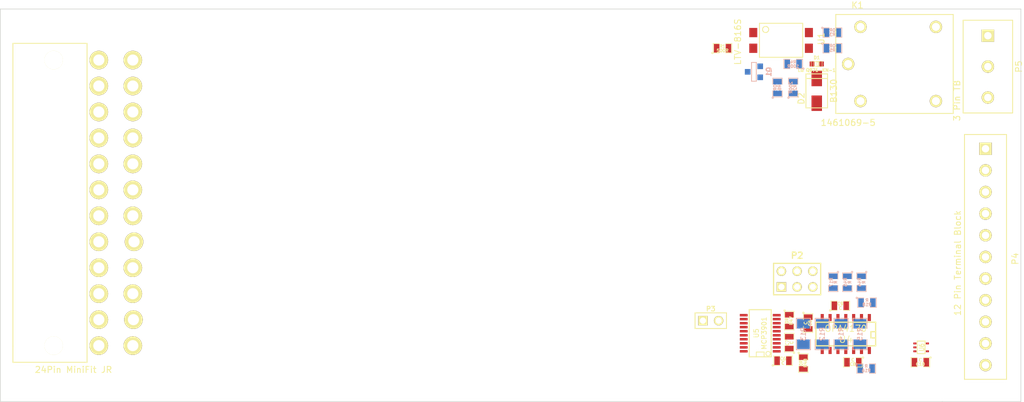
<source format=kicad_pcb>
(kicad_pcb (version 3) (host pcbnew "(2013-07-07 BZR 4022)-stable")

  (general
    (links 69)
    (no_connects 69)
    (area 48.209999 68.529999 213.410001 132.130001)
    (thickness 1.6)
    (drawings 5)
    (tracks 0)
    (zones 0)
    (modules 36)
    (nets 58)
  )

  (page A4)
  (title_block 
    (title BenchBudEE)
    (rev A)
    (company "Contextual Electronics")
  )

  (layers
    (15 F.Cu signal)
    (2 PWR power)
    (1 GND power)
    (0 B.Cu signal)
    (16 B.Adhes user)
    (17 F.Adhes user)
    (18 B.Paste user)
    (19 F.Paste user)
    (20 B.SilkS user)
    (21 F.SilkS user)
    (22 B.Mask user)
    (23 F.Mask user)
    (28 Edge.Cuts user)
  )

  (setup
    (last_trace_width 0.1524)
    (user_trace_width 0.1524)
    (trace_clearance 0.254)
    (zone_clearance 0.508)
    (zone_45_only no)
    (trace_min 0.1524)
    (segment_width 0.2)
    (edge_width 0.1)
    (via_size 0.889)
    (via_drill 0.635)
    (via_min_size 0.508)
    (via_min_drill 0.3302)
    (user_via 0.508 0.3302)
    (uvia_size 0.508)
    (uvia_drill 0.127)
    (uvias_allowed no)
    (uvia_min_size 0.381)
    (uvia_min_drill 0.127)
    (pcb_text_width 0.3)
    (pcb_text_size 1.5 1.5)
    (mod_edge_width 0.15)
    (mod_text_size 1 1)
    (mod_text_width 0.15)
    (pad_size 3 3)
    (pad_drill 1.8)
    (pad_to_mask_clearance 0.254)
    (solder_mask_min_width 0.127)
    (aux_axis_origin 0 0)
    (visible_elements 7FFFFFFF)
    (pcbplotparams
      (layerselection 3178497)
      (usegerberextensions true)
      (excludeedgelayer true)
      (linewidth 0.150000)
      (plotframeref false)
      (viasonmask false)
      (mode 1)
      (useauxorigin false)
      (hpglpennumber 1)
      (hpglpenspeed 20)
      (hpglpendiameter 15)
      (hpglpenoverlay 2)
      (psnegative false)
      (psa4output false)
      (plotreference true)
      (plotvalue true)
      (plotothertext true)
      (plotinvisibletext false)
      (padsonsilk false)
      (subtractmaskfromsilk false)
      (outputformat 1)
      (mirror false)
      (drillshape 1)
      (scaleselection 1)
      (outputdirectory ""))
  )

  (net 0 "")
  (net 1 +12C)
  (net 2 +12P)
  (net 3 +12V)
  (net 4 +3.3V)
  (net 5 +5V)
  (net 6 -12V)
  (net 7 /Arduino/ADC_CS_N)
  (net 8 /Arduino/CURRENT_MEASURE)
  (net 9 /Arduino/MISO)
  (net 10 /Arduino/MOSI)
  (net 11 /Arduino/RELAY+)
  (net 12 /Arduino/RELAY-)
  (net 13 /Arduino/SCLK)
  (net 14 /Arduino/~DR)
  (net 15 /Arduino/~RESET)
  (net 16 /FanDriver/FAN_OUT+)
  (net 17 /FanDriver/TACH_IN)
  (net 18 /LED_Driver/LED_STRING+)
  (net 19 /PowerAdjustmentMonitor/V+_ADJ)
  (net 20 /Relay/RELAY_COM)
  (net 21 /Relay/RELAY_NC)
  (net 22 /Relay/RELAY_NO)
  (net 23 /TerminalBlock/FAN_OUT+)
  (net 24 /Thermocouple/CH0+)
  (net 25 /Thermocouple/CH0-)
  (net 26 /Thermocouple/CH1-)
  (net 27 /Thermocouple/Ch1+)
  (net 28 "/Thermocouple/TC IN+")
  (net 29 "/Thermocouple/TC IN-")
  (net 30 AGND)
  (net 31 GND)
  (net 32 N-00000100)
  (net 33 N-00000101)
  (net 34 N-00000102)
  (net 35 N-00000103)
  (net 36 N-00000104)
  (net 37 N-00000105)
  (net 38 N-00000107)
  (net 39 N-00000109)
  (net 40 N-00000111)
  (net 41 N-00000127)
  (net 42 N-0000033)
  (net 43 N-0000034)
  (net 44 N-0000035)
  (net 45 N-0000038)
  (net 46 N-0000039)
  (net 47 N-0000040)
  (net 48 N-0000041)
  (net 49 N-0000042)
  (net 50 N-0000043)
  (net 51 N-0000045)
  (net 52 N-0000048)
  (net 53 N-0000056)
  (net 54 N-0000058)
  (net 55 N-0000067)
  (net 56 N-0000098)
  (net 57 N-0000099)

  (net_class Default "This is the default net class."
    (clearance 0.254)
    (trace_width 0.254)
    (via_dia 0.889)
    (via_drill 0.635)
    (uvia_dia 0.508)
    (uvia_drill 0.127)
    (add_net "")
    (add_net +12C)
    (add_net +12P)
    (add_net +12V)
    (add_net +3.3V)
    (add_net +5V)
    (add_net -12V)
    (add_net /Arduino/ADC_CS_N)
    (add_net /Arduino/CURRENT_MEASURE)
    (add_net /Arduino/MISO)
    (add_net /Arduino/MOSI)
    (add_net /Arduino/RELAY+)
    (add_net /Arduino/RELAY-)
    (add_net /Arduino/SCLK)
    (add_net /Arduino/~DR)
    (add_net /Arduino/~RESET)
    (add_net /FanDriver/FAN_OUT+)
    (add_net /FanDriver/TACH_IN)
    (add_net /LED_Driver/LED_STRING+)
    (add_net /PowerAdjustmentMonitor/V+_ADJ)
    (add_net /Relay/RELAY_COM)
    (add_net /Relay/RELAY_NC)
    (add_net /Relay/RELAY_NO)
    (add_net /TerminalBlock/FAN_OUT+)
    (add_net /Thermocouple/CH0+)
    (add_net /Thermocouple/CH0-)
    (add_net /Thermocouple/CH1-)
    (add_net /Thermocouple/Ch1+)
    (add_net "/Thermocouple/TC IN+")
    (add_net "/Thermocouple/TC IN-")
    (add_net AGND)
    (add_net GND)
    (add_net N-00000100)
    (add_net N-00000101)
    (add_net N-00000102)
    (add_net N-00000103)
    (add_net N-00000104)
    (add_net N-00000105)
    (add_net N-00000107)
    (add_net N-00000109)
    (add_net N-00000111)
    (add_net N-00000127)
    (add_net N-0000033)
    (add_net N-0000034)
    (add_net N-0000035)
    (add_net N-0000038)
    (add_net N-0000039)
    (add_net N-0000040)
    (add_net N-0000041)
    (add_net N-0000042)
    (add_net N-0000043)
    (add_net N-0000045)
    (add_net N-0000048)
    (add_net N-0000056)
    (add_net N-0000058)
    (add_net N-0000067)
    (add_net N-0000098)
    (add_net N-0000099)
  )

  (module TE-SPDT (layer F.Cu) (tedit 530540FB) (tstamp 53064C54)
    (at 185.42 77.47)
    (path /52F1423A/52F29F66)
    (fp_text reference K1 (at 1.5 -9.5) (layer F.SilkS)
      (effects (font (size 1 1) (thickness 0.15)))
    )
    (fp_text value 1461069-5 (at 0 9.5) (layer F.SilkS)
      (effects (font (size 1 1) (thickness 0.15)))
    )
    (fp_line (start 17 -8) (end 17 8) (layer F.SilkS) (width 0.15))
    (fp_line (start -2 -8) (end -2 8) (layer F.SilkS) (width 0.15))
    (fp_line (start -2 8) (end 17 8) (layer F.SilkS) (width 0.15))
    (fp_line (start -2 -8) (end 17 -8) (layer F.SilkS) (width 0.15))
    (pad 1 thru_hole circle (at 0 0) (size 2 2) (drill 1.3)
      (layers *.Cu *.Mask F.SilkS)
      (net 20 /Relay/RELAY_COM)
    )
    (pad 5 thru_hole circle (at 2 6) (size 2 2) (drill 1.3)
      (layers *.Cu *.Mask F.SilkS)
      (net 36 N-00000104)
    )
    (pad 2 thru_hole circle (at 2 -6) (size 2 2) (drill 1.3)
      (layers *.Cu *.Mask F.SilkS)
      (net 33 N-00000101)
    )
    (pad 4 thru_hole circle (at 14.2 6) (size 2 2) (drill 1.3)
      (layers *.Cu *.Mask F.SilkS)
      (net 21 /Relay/RELAY_NC)
    )
    (pad 3 thru_hole circle (at 14.2 -6) (size 2 2) (drill 1.3)
      (layers *.Cu *.Mask F.SilkS)
      (net 22 /Relay/RELAY_NO)
    )
  )

  (module SOT23EBC (layer B.Cu) (tedit 3F980186) (tstamp 53064C5F)
    (at 170.18 78.74 90)
    (descr "Module CMS SOT23 Transistore EBC")
    (tags "CMS SOT")
    (path /52F1423A/52F29F84)
    (attr smd)
    (fp_text reference Q1 (at 0 2.413 90) (layer B.SilkS)
      (effects (font (size 0.762 0.762) (thickness 0.2032)) (justify mirror))
    )
    (fp_text value 2N3904 (at 0 0 90) (layer B.SilkS) hide
      (effects (font (size 0.762 0.762) (thickness 0.2032)) (justify mirror))
    )
    (fp_line (start -1.524 0.381) (end 1.524 0.381) (layer B.SilkS) (width 0.127))
    (fp_line (start 1.524 0.381) (end 1.524 -0.381) (layer B.SilkS) (width 0.127))
    (fp_line (start 1.524 -0.381) (end -1.524 -0.381) (layer B.SilkS) (width 0.127))
    (fp_line (start -1.524 -0.381) (end -1.524 0.381) (layer B.SilkS) (width 0.127))
    (pad 1 smd rect (at -0.889 1.016 90) (size 0.9144 0.9144)
      (layers B.Cu B.Paste B.Mask)
      (net 34 N-00000102)
    )
    (pad 2 smd rect (at 0.889 1.016 90) (size 0.9144 0.9144)
      (layers B.Cu B.Paste B.Mask)
      (net 57 N-0000099)
    )
    (pad 3 smd rect (at 0 -1.016 90) (size 0.9144 0.9144)
      (layers B.Cu B.Paste B.Mask)
      (net 36 N-00000104)
    )
    (model smd/cms_sot23.wrl
      (at (xyz 0 0 0))
      (scale (xyz 0.13 0.15 0.15))
      (rotate (xyz 0 0 0))
    )
  )

  (module SMA (layer F.Cu) (tedit 53053E1B) (tstamp 53064C6A)
    (at 180.34 83.82 90)
    (path /52F1423A/52F2A1DE)
    (fp_text reference D2 (at 0.75 -2.5 90) (layer F.SilkS)
      (effects (font (size 1 1) (thickness 0.15)))
    )
    (fp_text value B130 (at 2 2.75 90) (layer F.SilkS)
      (effects (font (size 1 1) (thickness 0.15)))
    )
    (fp_line (start 4.75 -1.75) (end 4.75 1.75) (layer F.SilkS) (width 0.15))
    (fp_line (start 4 -1.75) (end 4 1.75) (layer F.SilkS) (width 0.15))
    (fp_line (start -0.75 1.75) (end -0.75 -1.75) (layer F.SilkS) (width 0.15))
    (fp_line (start -0.75 1.75) (end 4.75 1.75) (layer F.SilkS) (width 0.15))
    (fp_line (start 4.75 -1.75) (end -0.75 -1.75) (layer F.SilkS) (width 0.15))
    (pad 1 smd rect (at 0 0 90) (size 2.5 1.7)
      (layers F.Cu F.Paste F.Mask)
      (net 36 N-00000104)
    )
    (pad 2 smd rect (at 4 0 90) (size 2.5 1.7)
      (layers F.Cu F.Paste F.Mask)
      (net 33 N-00000101)
    )
  )

  (module LED-0603 (layer F.Cu) (tedit 4E16AFB4) (tstamp 53064C86)
    (at 180.34 77.47)
    (descr "LED 0603 smd package")
    (tags "LED led 0603 SMD smd SMT smt smdled SMDLED smtled SMTLED")
    (path /52F1423A/52F29F93)
    (attr smd)
    (fp_text reference D1 (at 0 -1.016) (layer F.SilkS)
      (effects (font (size 0.508 0.508) (thickness 0.127)))
    )
    (fp_text value "LG Q971-KN-1" (at 0 1.016) (layer F.SilkS)
      (effects (font (size 0.508 0.508) (thickness 0.127)))
    )
    (fp_line (start 0.44958 -0.44958) (end 0.44958 0.44958) (layer F.SilkS) (width 0.06604))
    (fp_line (start 0.44958 0.44958) (end 0.84836 0.44958) (layer F.SilkS) (width 0.06604))
    (fp_line (start 0.84836 -0.44958) (end 0.84836 0.44958) (layer F.SilkS) (width 0.06604))
    (fp_line (start 0.44958 -0.44958) (end 0.84836 -0.44958) (layer F.SilkS) (width 0.06604))
    (fp_line (start -0.84836 -0.44958) (end -0.84836 0.44958) (layer F.SilkS) (width 0.06604))
    (fp_line (start -0.84836 0.44958) (end -0.44958 0.44958) (layer F.SilkS) (width 0.06604))
    (fp_line (start -0.44958 -0.44958) (end -0.44958 0.44958) (layer F.SilkS) (width 0.06604))
    (fp_line (start -0.84836 -0.44958) (end -0.44958 -0.44958) (layer F.SilkS) (width 0.06604))
    (fp_line (start 0 -0.44958) (end 0 -0.29972) (layer F.SilkS) (width 0.06604))
    (fp_line (start 0 -0.29972) (end 0.29972 -0.29972) (layer F.SilkS) (width 0.06604))
    (fp_line (start 0.29972 -0.44958) (end 0.29972 -0.29972) (layer F.SilkS) (width 0.06604))
    (fp_line (start 0 -0.44958) (end 0.29972 -0.44958) (layer F.SilkS) (width 0.06604))
    (fp_line (start 0 0.29972) (end 0 0.44958) (layer F.SilkS) (width 0.06604))
    (fp_line (start 0 0.44958) (end 0.29972 0.44958) (layer F.SilkS) (width 0.06604))
    (fp_line (start 0.29972 0.29972) (end 0.29972 0.44958) (layer F.SilkS) (width 0.06604))
    (fp_line (start 0 0.29972) (end 0.29972 0.29972) (layer F.SilkS) (width 0.06604))
    (fp_line (start 0 -0.14986) (end 0 0.14986) (layer F.SilkS) (width 0.06604))
    (fp_line (start 0 0.14986) (end 0.29972 0.14986) (layer F.SilkS) (width 0.06604))
    (fp_line (start 0.29972 -0.14986) (end 0.29972 0.14986) (layer F.SilkS) (width 0.06604))
    (fp_line (start 0 -0.14986) (end 0.29972 -0.14986) (layer F.SilkS) (width 0.06604))
    (fp_line (start 0.44958 -0.39878) (end -0.44958 -0.39878) (layer F.SilkS) (width 0.1016))
    (fp_line (start 0.44958 0.39878) (end -0.44958 0.39878) (layer F.SilkS) (width 0.1016))
    (pad 1 smd rect (at -0.7493 0) (size 0.79756 0.79756)
      (layers F.Cu F.Paste F.Mask)
      (net 37 N-00000105)
    )
    (pad 2 smd rect (at 0.7493 0) (size 0.79756 0.79756)
      (layers F.Cu F.Paste F.Mask)
      (net 32 N-00000100)
    )
  )

  (module 4-SMD (layer F.Cu) (tedit 53053BDD) (tstamp 53064C93)
    (at 179.07 72.39 270)
    (path /52F1423A/53052DE1)
    (fp_text reference U1 (at 1 -2 270) (layer F.SilkS)
      (effects (font (size 1 1) (thickness 0.15)))
    )
    (fp_text value LTV-816S (at 1.5 11.5 270) (layer F.SilkS)
      (effects (font (size 1 1) (thickness 0.15)))
    )
    (fp_circle (center -0.5 7) (end -0.5 7.5) (layer F.SilkS) (width 0.15))
    (fp_line (start -1.5 8) (end 4 8) (layer F.SilkS) (width 0.15))
    (fp_line (start 4 8) (end 4 1) (layer F.SilkS) (width 0.15))
    (fp_line (start 4 1) (end -1.5 1) (layer F.SilkS) (width 0.15))
    (fp_line (start -1.5 1) (end -1.5 8) (layer F.SilkS) (width 0.15))
    (pad 4 smd rect (at 0 0 270) (size 1.5 1.3)
      (layers F.Cu F.Paste F.Mask)
      (net 35 N-00000103)
    )
    (pad 3 smd rect (at 2.54 0 270) (size 1.5 1.3)
      (layers F.Cu F.Paste F.Mask)
      (net 37 N-00000105)
    )
    (pad 1 smd rect (at 0 9 270) (size 1.5 1.3)
      (layers F.Cu F.Paste F.Mask)
      (net 11 /Arduino/RELAY+)
    )
    (pad 2 smd rect (at 2.54 9 270) (size 1.5 1.3)
      (layers F.Cu F.Paste F.Mask)
      (net 56 N-0000098)
    )
  )

  (module SM0805 (layer B.Cu) (tedit 5091495C) (tstamp 53064D46)
    (at 173.99 81.28 90)
    (path /52F1423A/52F2A010)
    (attr smd)
    (fp_text reference R6 (at 0 0.3175 90) (layer B.SilkS)
      (effects (font (size 0.50038 0.50038) (thickness 0.10922)) (justify mirror))
    )
    (fp_text value 0R (at 0 -0.381 90) (layer B.SilkS)
      (effects (font (size 0.50038 0.50038) (thickness 0.10922)) (justify mirror))
    )
    (fp_circle (center -1.651 -0.762) (end -1.651 -0.635) (layer B.SilkS) (width 0.09906))
    (fp_line (start -0.508 -0.762) (end -1.524 -0.762) (layer B.SilkS) (width 0.09906))
    (fp_line (start -1.524 -0.762) (end -1.524 0.762) (layer B.SilkS) (width 0.09906))
    (fp_line (start -1.524 0.762) (end -0.508 0.762) (layer B.SilkS) (width 0.09906))
    (fp_line (start 0.508 0.762) (end 1.524 0.762) (layer B.SilkS) (width 0.09906))
    (fp_line (start 1.524 0.762) (end 1.524 -0.762) (layer B.SilkS) (width 0.09906))
    (fp_line (start 1.524 -0.762) (end 0.508 -0.762) (layer B.SilkS) (width 0.09906))
    (pad 1 smd rect (at -0.9525 0 90) (size 0.889 1.397)
      (layers B.Cu B.Paste B.Mask)
      (net 31 GND)
    )
    (pad 2 smd rect (at 0.9525 0 90) (size 0.889 1.397)
      (layers B.Cu B.Paste B.Mask)
      (net 34 N-00000102)
    )
    (model smd/chip_cms.wrl
      (at (xyz 0 0 0))
      (scale (xyz 0.1 0.1 0.1))
      (rotate (xyz 0 0 0))
    )
  )

  (module SM0805 (layer B.Cu) (tedit 5091495C) (tstamp 53064D53)
    (at 176.53 81.28 90)
    (path /52F1423A/52F2A068)
    (attr smd)
    (fp_text reference R2 (at 0 0.3175 90) (layer B.SilkS)
      (effects (font (size 0.50038 0.50038) (thickness 0.10922)) (justify mirror))
    )
    (fp_text value 200R (at 0 -0.381 90) (layer B.SilkS)
      (effects (font (size 0.50038 0.50038) (thickness 0.10922)) (justify mirror))
    )
    (fp_circle (center -1.651 -0.762) (end -1.651 -0.635) (layer B.SilkS) (width 0.09906))
    (fp_line (start -0.508 -0.762) (end -1.524 -0.762) (layer B.SilkS) (width 0.09906))
    (fp_line (start -1.524 -0.762) (end -1.524 0.762) (layer B.SilkS) (width 0.09906))
    (fp_line (start -1.524 0.762) (end -0.508 0.762) (layer B.SilkS) (width 0.09906))
    (fp_line (start 0.508 0.762) (end 1.524 0.762) (layer B.SilkS) (width 0.09906))
    (fp_line (start 1.524 0.762) (end 1.524 -0.762) (layer B.SilkS) (width 0.09906))
    (fp_line (start 1.524 -0.762) (end 0.508 -0.762) (layer B.SilkS) (width 0.09906))
    (pad 1 smd rect (at -0.9525 0 90) (size 0.889 1.397)
      (layers B.Cu B.Paste B.Mask)
      (net 31 GND)
    )
    (pad 2 smd rect (at 0.9525 0 90) (size 0.889 1.397)
      (layers B.Cu B.Paste B.Mask)
      (net 32 N-00000100)
    )
    (model smd/chip_cms.wrl
      (at (xyz 0 0 0))
      (scale (xyz 0.1 0.1 0.1))
      (rotate (xyz 0 0 0))
    )
  )

  (module SM0805 (layer B.Cu) (tedit 5091495C) (tstamp 53064D60)
    (at 182.88 74.93)
    (path /52F1423A/52F2A0C7)
    (attr smd)
    (fp_text reference R5 (at 0 0.3175) (layer B.SilkS)
      (effects (font (size 0.50038 0.50038) (thickness 0.10922)) (justify mirror))
    )
    (fp_text value 0R (at 0 -0.381) (layer B.SilkS)
      (effects (font (size 0.50038 0.50038) (thickness 0.10922)) (justify mirror))
    )
    (fp_circle (center -1.651 -0.762) (end -1.651 -0.635) (layer B.SilkS) (width 0.09906))
    (fp_line (start -0.508 -0.762) (end -1.524 -0.762) (layer B.SilkS) (width 0.09906))
    (fp_line (start -1.524 -0.762) (end -1.524 0.762) (layer B.SilkS) (width 0.09906))
    (fp_line (start -1.524 0.762) (end -0.508 0.762) (layer B.SilkS) (width 0.09906))
    (fp_line (start 0.508 0.762) (end 1.524 0.762) (layer B.SilkS) (width 0.09906))
    (fp_line (start 1.524 0.762) (end 1.524 -0.762) (layer B.SilkS) (width 0.09906))
    (fp_line (start 1.524 -0.762) (end 0.508 -0.762) (layer B.SilkS) (width 0.09906))
    (pad 1 smd rect (at -0.9525 0) (size 0.889 1.397)
      (layers B.Cu B.Paste B.Mask)
      (net 33 N-00000101)
    )
    (pad 2 smd rect (at 0.9525 0) (size 0.889 1.397)
      (layers B.Cu B.Paste B.Mask)
      (net 2 +12P)
    )
    (model smd/chip_cms.wrl
      (at (xyz 0 0 0))
      (scale (xyz 0.1 0.1 0.1))
      (rotate (xyz 0 0 0))
    )
  )

  (module SM0805 (layer F.Cu) (tedit 5091495C) (tstamp 53064D6D)
    (at 165.1 74.93)
    (path /52F1423A/52F2A0F9)
    (attr smd)
    (fp_text reference R1 (at 0 -0.3175) (layer F.SilkS)
      (effects (font (size 0.50038 0.50038) (thickness 0.10922)))
    )
    (fp_text value 500R (at 0 0.381) (layer F.SilkS)
      (effects (font (size 0.50038 0.50038) (thickness 0.10922)))
    )
    (fp_circle (center -1.651 0.762) (end -1.651 0.635) (layer F.SilkS) (width 0.09906))
    (fp_line (start -0.508 0.762) (end -1.524 0.762) (layer F.SilkS) (width 0.09906))
    (fp_line (start -1.524 0.762) (end -1.524 -0.762) (layer F.SilkS) (width 0.09906))
    (fp_line (start -1.524 -0.762) (end -0.508 -0.762) (layer F.SilkS) (width 0.09906))
    (fp_line (start 0.508 -0.762) (end 1.524 -0.762) (layer F.SilkS) (width 0.09906))
    (fp_line (start 1.524 -0.762) (end 1.524 0.762) (layer F.SilkS) (width 0.09906))
    (fp_line (start 1.524 0.762) (end 0.508 0.762) (layer F.SilkS) (width 0.09906))
    (pad 1 smd rect (at -0.9525 0) (size 0.889 1.397)
      (layers F.Cu F.Paste F.Mask)
      (net 12 /Arduino/RELAY-)
    )
    (pad 2 smd rect (at 0.9525 0) (size 0.889 1.397)
      (layers F.Cu F.Paste F.Mask)
      (net 56 N-0000098)
    )
    (model smd/chip_cms.wrl
      (at (xyz 0 0 0))
      (scale (xyz 0.1 0.1 0.1))
      (rotate (xyz 0 0 0))
    )
  )

  (module SM0805 (layer B.Cu) (tedit 5091495C) (tstamp 53064D7A)
    (at 182.88 72.39)
    (path /52F1423A/530533DD)
    (attr smd)
    (fp_text reference R3 (at 0 0.3175) (layer B.SilkS)
      (effects (font (size 0.50038 0.50038) (thickness 0.10922)) (justify mirror))
    )
    (fp_text value 0R (at 0 -0.381) (layer B.SilkS)
      (effects (font (size 0.50038 0.50038) (thickness 0.10922)) (justify mirror))
    )
    (fp_circle (center -1.651 -0.762) (end -1.651 -0.635) (layer B.SilkS) (width 0.09906))
    (fp_line (start -0.508 -0.762) (end -1.524 -0.762) (layer B.SilkS) (width 0.09906))
    (fp_line (start -1.524 -0.762) (end -1.524 0.762) (layer B.SilkS) (width 0.09906))
    (fp_line (start -1.524 0.762) (end -0.508 0.762) (layer B.SilkS) (width 0.09906))
    (fp_line (start 0.508 0.762) (end 1.524 0.762) (layer B.SilkS) (width 0.09906))
    (fp_line (start 1.524 0.762) (end 1.524 -0.762) (layer B.SilkS) (width 0.09906))
    (fp_line (start 1.524 -0.762) (end 0.508 -0.762) (layer B.SilkS) (width 0.09906))
    (pad 1 smd rect (at -0.9525 0) (size 0.889 1.397)
      (layers B.Cu B.Paste B.Mask)
      (net 35 N-00000103)
    )
    (pad 2 smd rect (at 0.9525 0) (size 0.889 1.397)
      (layers B.Cu B.Paste B.Mask)
      (net 2 +12P)
    )
    (model smd/chip_cms.wrl
      (at (xyz 0 0 0))
      (scale (xyz 0.1 0.1 0.1))
      (rotate (xyz 0 0 0))
    )
  )

  (module SM0805 (layer B.Cu) (tedit 5091495C) (tstamp 53064D87)
    (at 176.53 77.47 180)
    (path /52F1423A/52F29F75)
    (attr smd)
    (fp_text reference R4 (at 0 0.3175 180) (layer B.SilkS)
      (effects (font (size 0.50038 0.50038) (thickness 0.10922)) (justify mirror))
    )
    (fp_text value 100R (at 0 -0.381 180) (layer B.SilkS)
      (effects (font (size 0.50038 0.50038) (thickness 0.10922)) (justify mirror))
    )
    (fp_circle (center -1.651 -0.762) (end -1.651 -0.635) (layer B.SilkS) (width 0.09906))
    (fp_line (start -0.508 -0.762) (end -1.524 -0.762) (layer B.SilkS) (width 0.09906))
    (fp_line (start -1.524 -0.762) (end -1.524 0.762) (layer B.SilkS) (width 0.09906))
    (fp_line (start -1.524 0.762) (end -0.508 0.762) (layer B.SilkS) (width 0.09906))
    (fp_line (start 0.508 0.762) (end 1.524 0.762) (layer B.SilkS) (width 0.09906))
    (fp_line (start 1.524 0.762) (end 1.524 -0.762) (layer B.SilkS) (width 0.09906))
    (fp_line (start 1.524 -0.762) (end 0.508 -0.762) (layer B.SilkS) (width 0.09906))
    (pad 1 smd rect (at -0.9525 0 180) (size 0.889 1.397)
      (layers B.Cu B.Paste B.Mask)
      (net 37 N-00000105)
    )
    (pad 2 smd rect (at 0.9525 0 180) (size 0.889 1.397)
      (layers B.Cu B.Paste B.Mask)
      (net 57 N-0000099)
    )
    (model smd/chip_cms.wrl
      (at (xyz 0 0 0))
      (scale (xyz 0.1 0.1 0.1))
      (rotate (xyz 0 0 0))
    )
  )

  (module SSOP20 (layer F.Cu) (tedit 48B5A104) (tstamp 5306A764)
    (at 171.196 121.031 90)
    (descr "SSOP 20 pins")
    (tags "CMS SSOP SMD")
    (path /52F14139/530670AE)
    (attr smd)
    (fp_text reference U5 (at 0 -0.635 90) (layer F.SilkS)
      (effects (font (size 0.762 0.762) (thickness 0.127)))
    )
    (fp_text value MCP3901 (at 0 0.635 90) (layer F.SilkS)
      (effects (font (size 0.762 0.762) (thickness 0.127)))
    )
    (fp_line (start 3.81 -1.778) (end -3.81 -1.778) (layer F.SilkS) (width 0.1651))
    (fp_line (start -3.81 1.778) (end 3.81 1.778) (layer F.SilkS) (width 0.1651))
    (fp_line (start 3.81 -1.778) (end 3.81 1.778) (layer F.SilkS) (width 0.1651))
    (fp_line (start -3.81 1.778) (end -3.81 -1.778) (layer F.SilkS) (width 0.1524))
    (fp_circle (center -3.302 1.27) (end -3.556 1.016) (layer F.SilkS) (width 0.127))
    (fp_line (start -3.81 -0.635) (end -3.048 -0.635) (layer F.SilkS) (width 0.127))
    (fp_line (start -3.048 -0.635) (end -3.048 0.635) (layer F.SilkS) (width 0.127))
    (fp_line (start -3.048 0.635) (end -3.81 0.635) (layer F.SilkS) (width 0.127))
    (pad 1 smd rect (at -2.921 2.667 90) (size 0.4064 1.27)
      (layers F.Cu F.Paste F.Mask)
      (net 15 /Arduino/~RESET)
    )
    (pad 2 smd rect (at -2.286 2.667 90) (size 0.4064 1.27)
      (layers F.Cu F.Paste F.Mask)
      (net 52 N-0000048)
    )
    (pad 3 smd rect (at -1.6256 2.667 90) (size 0.4064 1.27)
      (layers F.Cu F.Paste F.Mask)
      (net 5 +5V)
    )
    (pad 4 smd rect (at -0.9652 2.667 90) (size 0.4064 1.27)
      (layers F.Cu F.Paste F.Mask)
      (net 24 /Thermocouple/CH0+)
    )
    (pad 5 smd rect (at -0.3302 2.667 90) (size 0.4064 1.27)
      (layers F.Cu F.Paste F.Mask)
      (net 25 /Thermocouple/CH0-)
    )
    (pad 6 smd rect (at 0.3302 2.667 90) (size 0.4064 1.27)
      (layers F.Cu F.Paste F.Mask)
      (net 26 /Thermocouple/CH1-)
    )
    (pad 7 smd rect (at 0.9906 2.667 90) (size 0.4064 1.27)
      (layers F.Cu F.Paste F.Mask)
      (net 27 /Thermocouple/Ch1+)
    )
    (pad 8 smd rect (at 1.6256 2.667 90) (size 0.4064 1.27)
      (layers F.Cu F.Paste F.Mask)
      (net 30 AGND)
    )
    (pad 9 smd rect (at 2.286 2.667 90) (size 0.4064 1.27)
      (layers F.Cu F.Paste F.Mask)
    )
    (pad 10 smd rect (at 2.921 2.667 90) (size 0.4064 1.27)
      (layers F.Cu F.Paste F.Mask)
    )
    (pad 11 smd rect (at 2.921 -2.667 90) (size 0.4064 1.27)
      (layers F.Cu F.Paste F.Mask)
      (net 30 AGND)
    )
    (pad 12 smd rect (at 2.286 -2.667 90) (size 0.4064 1.27)
      (layers F.Cu F.Paste F.Mask)
      (net 46 N-0000039)
    )
    (pad 13 smd rect (at 1.6256 -2.667 90) (size 0.4064 1.27)
      (layers F.Cu F.Paste F.Mask)
      (net 45 N-0000038)
    )
    (pad 14 smd rect (at 0.9906 -2.667 90) (size 0.4064 1.27)
      (layers F.Cu F.Paste F.Mask)
      (net 14 /Arduino/~DR)
    )
    (pad 15 smd rect (at 0.3302 -2.667 90) (size 0.4064 1.27)
      (layers F.Cu F.Paste F.Mask)
    )
    (pad 16 smd rect (at -0.3302 -2.667 90) (size 0.4064 1.27)
      (layers F.Cu F.Paste F.Mask)
    )
    (pad 17 smd rect (at -0.9652 -2.667 90) (size 0.4064 1.27)
      (layers F.Cu F.Paste F.Mask)
      (net 7 /Arduino/ADC_CS_N)
    )
    (pad 18 smd rect (at -1.6256 -2.667 90) (size 0.4064 1.27)
      (layers F.Cu F.Paste F.Mask)
      (net 13 /Arduino/SCLK)
    )
    (pad 19 smd rect (at -2.286 -2.667 90) (size 0.4064 1.27)
      (layers F.Cu F.Paste F.Mask)
      (net 9 /Arduino/MISO)
    )
    (pad 20 smd rect (at -2.921 -2.667 90) (size 0.4064 1.27)
      (layers F.Cu F.Paste F.Mask)
      (net 10 /Arduino/MOSI)
    )
    (model smd/cms_so20.wrl
      (at (xyz 0 0 0))
      (scale (xyz 0.255 0.33 0.3))
      (rotate (xyz 0 0 0))
    )
  )

  (module SOT353 (layer F.Cu) (tedit 503FB44B) (tstamp 5306A771)
    (at 197.231 123.317)
    (descr SOT353)
    (path /52F14139/530697A7)
    (attr smd)
    (fp_text reference U6 (at 0.09906 0 90) (layer F.SilkS)
      (effects (font (size 0.762 0.635) (thickness 0.127)))
    )
    (fp_text value LMT84 (at 0.09906 0 90) (layer F.SilkS) hide
      (effects (font (size 0.762 0.635) (thickness 0.127)))
    )
    (fp_line (start 0.635 1.016) (end 0.635 -1.016) (layer F.SilkS) (width 0.1524))
    (fp_line (start 0.635 -1.016) (end -0.635 -1.016) (layer F.SilkS) (width 0.1524))
    (fp_line (start -0.635 -1.016) (end -0.635 1.016) (layer F.SilkS) (width 0.1524))
    (fp_line (start -0.635 1.016) (end 0.635 1.016) (layer F.SilkS) (width 0.1524))
    (pad 1 smd rect (at -1.016 -0.635) (size 0.508 0.3048)
      (layers F.Cu F.Paste F.Mask)
      (net 30 AGND)
    )
    (pad 3 smd rect (at -1.016 0.635) (size 0.508 0.3048)
      (layers F.Cu F.Paste F.Mask)
      (net 27 /Thermocouple/Ch1+)
    )
    (pad 5 smd rect (at 1.016 -0.635) (size 0.508 0.3048)
      (layers F.Cu F.Paste F.Mask)
      (net 30 AGND)
    )
    (pad 2 smd rect (at -1.016 0) (size 0.508 0.3048)
      (layers F.Cu F.Paste F.Mask)
      (net 30 AGND)
    )
    (pad 4 smd rect (at 1.016 0.635) (size 0.508 0.3048)
      (layers F.Cu F.Paste F.Mask)
      (net 5 +5V)
    )
    (model smd/SOT23_5.wrl
      (at (xyz 0 0 0))
      (scale (xyz 0.07000000000000001 0.09 0.08))
      (rotate (xyz 0 0 90))
    )
  )

  (module SO14E (layer F.Cu) (tedit 42806FBF) (tstamp 5306A78A)
    (at 185.039 121.285 180)
    (descr "module CMS SOJ 14 pins etroit")
    (tags "CMS SOJ")
    (path /52F1416D/52F28A08)
    (attr smd)
    (fp_text reference U4 (at 0 -0.762 180) (layer F.SilkS)
      (effects (font (size 1.016 1.143) (thickness 0.127)))
    )
    (fp_text value OPA4170 (at 0 1.016 180) (layer F.SilkS)
      (effects (font (size 1.016 1.016) (thickness 0.127)))
    )
    (fp_line (start -4.826 -1.778) (end 4.826 -1.778) (layer F.SilkS) (width 0.2032))
    (fp_line (start 4.826 -1.778) (end 4.826 2.032) (layer F.SilkS) (width 0.2032))
    (fp_line (start 4.826 2.032) (end -4.826 2.032) (layer F.SilkS) (width 0.2032))
    (fp_line (start -4.826 2.032) (end -4.826 -1.778) (layer F.SilkS) (width 0.2032))
    (fp_line (start -4.826 -0.508) (end -4.064 -0.508) (layer F.SilkS) (width 0.2032))
    (fp_line (start -4.064 -0.508) (end -4.064 0.508) (layer F.SilkS) (width 0.2032))
    (fp_line (start -4.064 0.508) (end -4.826 0.508) (layer F.SilkS) (width 0.2032))
    (pad 1 smd rect (at -3.81 2.794 180) (size 0.508 1.143)
      (layers F.Cu F.Paste F.Mask)
      (net 50 N-0000043)
    )
    (pad 2 smd rect (at -2.54 2.794 180) (size 0.508 1.143)
      (layers F.Cu F.Paste F.Mask)
      (net 43 N-0000034)
    )
    (pad 3 smd rect (at -1.27 2.794 180) (size 0.508 1.143)
      (layers F.Cu F.Paste F.Mask)
      (net 29 "/Thermocouple/TC IN-")
    )
    (pad 4 smd rect (at 0 2.794 180) (size 0.508 1.143)
      (layers F.Cu F.Paste F.Mask)
      (net 3 +12V)
    )
    (pad 5 smd rect (at 1.27 2.794 180) (size 0.508 1.143)
      (layers F.Cu F.Paste F.Mask)
      (net 48 N-0000041)
    )
    (pad 6 smd rect (at 2.54 2.794 180) (size 0.508 1.143)
      (layers F.Cu F.Paste F.Mask)
      (net 47 N-0000040)
    )
    (pad 7 smd rect (at 3.81 2.794 180) (size 0.508 1.143)
      (layers F.Cu F.Paste F.Mask)
      (net 24 /Thermocouple/CH0+)
    )
    (pad 8 smd rect (at 3.81 -2.54 180) (size 0.508 1.143)
      (layers F.Cu F.Paste F.Mask)
      (net 54 N-0000058)
    )
    (pad 9 smd rect (at 2.54 -2.54 180) (size 0.508 1.143)
      (layers F.Cu F.Paste F.Mask)
      (net 8 /Arduino/CURRENT_MEASURE)
    )
    (pad 10 smd rect (at 1.27 -2.54 180) (size 0.508 1.143)
      (layers F.Cu F.Paste F.Mask)
      (net 55 N-0000067)
    )
    (pad 11 smd rect (at 0 -2.54 180) (size 0.508 1.143)
      (layers F.Cu F.Paste F.Mask)
      (net 6 -12V)
    )
    (pad 12 smd rect (at -1.27 -2.54 180) (size 0.508 1.143)
      (layers F.Cu F.Paste F.Mask)
      (net 28 "/Thermocouple/TC IN+")
    )
    (pad 13 smd rect (at -2.54 -2.54 180) (size 0.508 1.143)
      (layers F.Cu F.Paste F.Mask)
      (net 53 N-0000056)
    )
    (pad 14 smd rect (at -3.81 -2.54 180) (size 0.508 1.143)
      (layers F.Cu F.Paste F.Mask)
      (net 49 N-0000042)
    )
    (model smd/cms_so14.wrl
      (at (xyz 0 0 0))
      (scale (xyz 0.5 0.3 0.5))
      (rotate (xyz 0 0 0))
    )
  )

  (module SM1206 (layer B.Cu) (tedit 42806E24) (tstamp 5306A796)
    (at 184.277 121.158 270)
    (path /52F14139/52F17C38)
    (attr smd)
    (fp_text reference R14 (at 0 0 270) (layer B.SilkS)
      (effects (font (size 0.762 0.762) (thickness 0.127)) (justify mirror))
    )
    (fp_text value R (at 0 0 270) (layer B.SilkS) hide
      (effects (font (size 0.762 0.762) (thickness 0.127)) (justify mirror))
    )
    (fp_line (start -2.54 1.143) (end -2.54 -1.143) (layer B.SilkS) (width 0.127))
    (fp_line (start -2.54 -1.143) (end -0.889 -1.143) (layer B.SilkS) (width 0.127))
    (fp_line (start 0.889 1.143) (end 2.54 1.143) (layer B.SilkS) (width 0.127))
    (fp_line (start 2.54 1.143) (end 2.54 -1.143) (layer B.SilkS) (width 0.127))
    (fp_line (start 2.54 -1.143) (end 0.889 -1.143) (layer B.SilkS) (width 0.127))
    (fp_line (start -0.889 1.143) (end -2.54 1.143) (layer B.SilkS) (width 0.127))
    (pad 1 smd rect (at -1.651 0 270) (size 1.524 2.032)
      (layers B.Cu B.Paste B.Mask)
      (net 49 N-0000042)
    )
    (pad 2 smd rect (at 1.651 0 270) (size 1.524 2.032)
      (layers B.Cu B.Paste B.Mask)
      (net 47 N-0000040)
    )
    (model smd/chip_cms.wrl
      (at (xyz 0 0 0))
      (scale (xyz 0.17 0.16 0.16))
      (rotate (xyz 0 0 0))
    )
  )

  (module SM1206 (layer B.Cu) (tedit 42806E24) (tstamp 5306A7A2)
    (at 181.229 121.158 90)
    (path /52F14139/52F17C3E)
    (attr smd)
    (fp_text reference R12 (at 0 0 90) (layer B.SilkS)
      (effects (font (size 0.762 0.762) (thickness 0.127)) (justify mirror))
    )
    (fp_text value R (at 0 0 90) (layer B.SilkS) hide
      (effects (font (size 0.762 0.762) (thickness 0.127)) (justify mirror))
    )
    (fp_line (start -2.54 1.143) (end -2.54 -1.143) (layer B.SilkS) (width 0.127))
    (fp_line (start -2.54 -1.143) (end -0.889 -1.143) (layer B.SilkS) (width 0.127))
    (fp_line (start 0.889 1.143) (end 2.54 1.143) (layer B.SilkS) (width 0.127))
    (fp_line (start 2.54 1.143) (end 2.54 -1.143) (layer B.SilkS) (width 0.127))
    (fp_line (start 2.54 -1.143) (end 0.889 -1.143) (layer B.SilkS) (width 0.127))
    (fp_line (start -0.889 1.143) (end -2.54 1.143) (layer B.SilkS) (width 0.127))
    (pad 1 smd rect (at -1.651 0 90) (size 1.524 2.032)
      (layers B.Cu B.Paste B.Mask)
      (net 47 N-0000040)
    )
    (pad 2 smd rect (at 1.651 0 90) (size 1.524 2.032)
      (layers B.Cu B.Paste B.Mask)
      (net 24 /Thermocouple/CH0+)
    )
    (model smd/chip_cms.wrl
      (at (xyz 0 0 0))
      (scale (xyz 0.17 0.16 0.16))
      (rotate (xyz 0 0 0))
    )
  )

  (module SM1206 (layer B.Cu) (tedit 42806E24) (tstamp 5306A7AE)
    (at 187.325 121.158 270)
    (path /52F14139/52F17C4E)
    (attr smd)
    (fp_text reference R15 (at 0 0 270) (layer B.SilkS)
      (effects (font (size 0.762 0.762) (thickness 0.127)) (justify mirror))
    )
    (fp_text value R (at 0 0 270) (layer B.SilkS) hide
      (effects (font (size 0.762 0.762) (thickness 0.127)) (justify mirror))
    )
    (fp_line (start -2.54 1.143) (end -2.54 -1.143) (layer B.SilkS) (width 0.127))
    (fp_line (start -2.54 -1.143) (end -0.889 -1.143) (layer B.SilkS) (width 0.127))
    (fp_line (start 0.889 1.143) (end 2.54 1.143) (layer B.SilkS) (width 0.127))
    (fp_line (start 2.54 1.143) (end 2.54 -1.143) (layer B.SilkS) (width 0.127))
    (fp_line (start 2.54 -1.143) (end 0.889 -1.143) (layer B.SilkS) (width 0.127))
    (fp_line (start -0.889 1.143) (end -2.54 1.143) (layer B.SilkS) (width 0.127))
    (pad 1 smd rect (at -1.651 0 270) (size 1.524 2.032)
      (layers B.Cu B.Paste B.Mask)
      (net 50 N-0000043)
    )
    (pad 2 smd rect (at 1.651 0 270) (size 1.524 2.032)
      (layers B.Cu B.Paste B.Mask)
      (net 48 N-0000041)
    )
    (model smd/chip_cms.wrl
      (at (xyz 0 0 0))
      (scale (xyz 0.17 0.16 0.16))
      (rotate (xyz 0 0 0))
    )
  )

  (module SM1206 (layer B.Cu) (tedit 42806E24) (tstamp 5306A7BA)
    (at 178.181 121.158 270)
    (path /52F14139/52F17C54)
    (attr smd)
    (fp_text reference R13 (at 0 0 270) (layer B.SilkS)
      (effects (font (size 0.762 0.762) (thickness 0.127)) (justify mirror))
    )
    (fp_text value R (at 0 0 270) (layer B.SilkS) hide
      (effects (font (size 0.762 0.762) (thickness 0.127)) (justify mirror))
    )
    (fp_line (start -2.54 1.143) (end -2.54 -1.143) (layer B.SilkS) (width 0.127))
    (fp_line (start -2.54 -1.143) (end -0.889 -1.143) (layer B.SilkS) (width 0.127))
    (fp_line (start 0.889 1.143) (end 2.54 1.143) (layer B.SilkS) (width 0.127))
    (fp_line (start 2.54 1.143) (end 2.54 -1.143) (layer B.SilkS) (width 0.127))
    (fp_line (start 2.54 -1.143) (end 0.889 -1.143) (layer B.SilkS) (width 0.127))
    (fp_line (start -0.889 1.143) (end -2.54 1.143) (layer B.SilkS) (width 0.127))
    (pad 1 smd rect (at -1.651 0 270) (size 1.524 2.032)
      (layers B.Cu B.Paste B.Mask)
      (net 48 N-0000041)
    )
    (pad 2 smd rect (at 1.651 0 270) (size 1.524 2.032)
      (layers B.Cu B.Paste B.Mask)
      (net 25 /Thermocouple/CH0-)
    )
    (model smd/chip_cms.wrl
      (at (xyz 0 0 0))
      (scale (xyz 0.17 0.16 0.16))
      (rotate (xyz 0 0 0))
    )
  )

  (module SM0805 (layer F.Cu) (tedit 5091495C) (tstamp 5306A7C7)
    (at 186.182 125.73 180)
    (path /52F14139/53069BC5)
    (attr smd)
    (fp_text reference C8 (at 0 -0.3175 180) (layer F.SilkS)
      (effects (font (size 0.50038 0.50038) (thickness 0.10922)))
    )
    (fp_text value C (at 0 0.381 180) (layer F.SilkS)
      (effects (font (size 0.50038 0.50038) (thickness 0.10922)))
    )
    (fp_circle (center -1.651 0.762) (end -1.651 0.635) (layer F.SilkS) (width 0.09906))
    (fp_line (start -0.508 0.762) (end -1.524 0.762) (layer F.SilkS) (width 0.09906))
    (fp_line (start -1.524 0.762) (end -1.524 -0.762) (layer F.SilkS) (width 0.09906))
    (fp_line (start -1.524 -0.762) (end -0.508 -0.762) (layer F.SilkS) (width 0.09906))
    (fp_line (start 0.508 -0.762) (end 1.524 -0.762) (layer F.SilkS) (width 0.09906))
    (fp_line (start 1.524 -0.762) (end 1.524 0.762) (layer F.SilkS) (width 0.09906))
    (fp_line (start 1.524 0.762) (end 0.508 0.762) (layer F.SilkS) (width 0.09906))
    (pad 1 smd rect (at -0.9525 0 180) (size 0.889 1.397)
      (layers F.Cu F.Paste F.Mask)
      (net 30 AGND)
    )
    (pad 2 smd rect (at 0.9525 0 180) (size 0.889 1.397)
      (layers F.Cu F.Paste F.Mask)
      (net 6 -12V)
    )
    (model smd/chip_cms.wrl
      (at (xyz 0 0 0))
      (scale (xyz 0.1 0.1 0.1))
      (rotate (xyz 0 0 0))
    )
  )

  (module SM0805 (layer B.Cu) (tedit 5091495C) (tstamp 5306A7D4)
    (at 187.579 112.776 270)
    (path /52F14139/530672BE)
    (attr smd)
    (fp_text reference R44 (at 0 0.3175 270) (layer B.SilkS)
      (effects (font (size 0.50038 0.50038) (thickness 0.10922)) (justify mirror))
    )
    (fp_text value R (at 0 -0.381 270) (layer B.SilkS)
      (effects (font (size 0.50038 0.50038) (thickness 0.10922)) (justify mirror))
    )
    (fp_circle (center -1.651 -0.762) (end -1.651 -0.635) (layer B.SilkS) (width 0.09906))
    (fp_line (start -0.508 -0.762) (end -1.524 -0.762) (layer B.SilkS) (width 0.09906))
    (fp_line (start -1.524 -0.762) (end -1.524 0.762) (layer B.SilkS) (width 0.09906))
    (fp_line (start -1.524 0.762) (end -0.508 0.762) (layer B.SilkS) (width 0.09906))
    (fp_line (start 0.508 0.762) (end 1.524 0.762) (layer B.SilkS) (width 0.09906))
    (fp_line (start 1.524 0.762) (end 1.524 -0.762) (layer B.SilkS) (width 0.09906))
    (fp_line (start 1.524 -0.762) (end 0.508 -0.762) (layer B.SilkS) (width 0.09906))
    (pad 1 smd rect (at -0.9525 0 270) (size 0.889 1.397)
      (layers B.Cu B.Paste B.Mask)
      (net 44 N-0000035)
    )
    (pad 2 smd rect (at 0.9525 0 270) (size 0.889 1.397)
      (layers B.Cu B.Paste B.Mask)
      (net 43 N-0000034)
    )
    (model smd/chip_cms.wrl
      (at (xyz 0 0 0))
      (scale (xyz 0.1 0.1 0.1))
      (rotate (xyz 0 0 0))
    )
  )

  (module SM0805 (layer B.Cu) (tedit 5091495C) (tstamp 5306A7E1)
    (at 185.293 112.776 270)
    (path /52F14139/530672C4)
    (attr smd)
    (fp_text reference R45 (at 0 0.3175 270) (layer B.SilkS)
      (effects (font (size 0.50038 0.50038) (thickness 0.10922)) (justify mirror))
    )
    (fp_text value R (at 0 -0.381 270) (layer B.SilkS)
      (effects (font (size 0.50038 0.50038) (thickness 0.10922)) (justify mirror))
    )
    (fp_circle (center -1.651 -0.762) (end -1.651 -0.635) (layer B.SilkS) (width 0.09906))
    (fp_line (start -0.508 -0.762) (end -1.524 -0.762) (layer B.SilkS) (width 0.09906))
    (fp_line (start -1.524 -0.762) (end -1.524 0.762) (layer B.SilkS) (width 0.09906))
    (fp_line (start -1.524 0.762) (end -0.508 0.762) (layer B.SilkS) (width 0.09906))
    (fp_line (start 0.508 0.762) (end 1.524 0.762) (layer B.SilkS) (width 0.09906))
    (fp_line (start 1.524 0.762) (end 1.524 -0.762) (layer B.SilkS) (width 0.09906))
    (fp_line (start 1.524 -0.762) (end 0.508 -0.762) (layer B.SilkS) (width 0.09906))
    (pad 1 smd rect (at -0.9525 0 270) (size 0.889 1.397)
      (layers B.Cu B.Paste B.Mask)
      (net 42 N-0000033)
    )
    (pad 2 smd rect (at 0.9525 0 270) (size 0.889 1.397)
      (layers B.Cu B.Paste B.Mask)
      (net 43 N-0000034)
    )
    (model smd/chip_cms.wrl
      (at (xyz 0 0 0))
      (scale (xyz 0.1 0.1 0.1))
      (rotate (xyz 0 0 0))
    )
  )

  (module SM0805 (layer F.Cu) (tedit 5091495C) (tstamp 5306A7EE)
    (at 178.943 119.38 270)
    (path /52F14139/530693BB)
    (attr smd)
    (fp_text reference C5 (at 0 -0.3175 270) (layer F.SilkS)
      (effects (font (size 0.50038 0.50038) (thickness 0.10922)))
    )
    (fp_text value C (at 0 0.381 270) (layer F.SilkS)
      (effects (font (size 0.50038 0.50038) (thickness 0.10922)))
    )
    (fp_circle (center -1.651 0.762) (end -1.651 0.635) (layer F.SilkS) (width 0.09906))
    (fp_line (start -0.508 0.762) (end -1.524 0.762) (layer F.SilkS) (width 0.09906))
    (fp_line (start -1.524 0.762) (end -1.524 -0.762) (layer F.SilkS) (width 0.09906))
    (fp_line (start -1.524 -0.762) (end -0.508 -0.762) (layer F.SilkS) (width 0.09906))
    (fp_line (start 0.508 -0.762) (end 1.524 -0.762) (layer F.SilkS) (width 0.09906))
    (fp_line (start 1.524 -0.762) (end 1.524 0.762) (layer F.SilkS) (width 0.09906))
    (fp_line (start 1.524 0.762) (end 0.508 0.762) (layer F.SilkS) (width 0.09906))
    (pad 1 smd rect (at -0.9525 0 270) (size 0.889 1.397)
      (layers F.Cu F.Paste F.Mask)
      (net 24 /Thermocouple/CH0+)
    )
    (pad 2 smd rect (at 0.9525 0 270) (size 0.889 1.397)
      (layers F.Cu F.Paste F.Mask)
      (net 25 /Thermocouple/CH0-)
    )
    (model smd/chip_cms.wrl
      (at (xyz 0 0 0))
      (scale (xyz 0.1 0.1 0.1))
      (rotate (xyz 0 0 0))
    )
  )

  (module SM0805 (layer F.Cu) (tedit 5091495C) (tstamp 5306A7FB)
    (at 197.104 125.73 180)
    (path /52F14139/5306996A)
    (attr smd)
    (fp_text reference C10 (at 0 -0.3175 180) (layer F.SilkS)
      (effects (font (size 0.50038 0.50038) (thickness 0.10922)))
    )
    (fp_text value C (at 0 0.381 180) (layer F.SilkS)
      (effects (font (size 0.50038 0.50038) (thickness 0.10922)))
    )
    (fp_circle (center -1.651 0.762) (end -1.651 0.635) (layer F.SilkS) (width 0.09906))
    (fp_line (start -0.508 0.762) (end -1.524 0.762) (layer F.SilkS) (width 0.09906))
    (fp_line (start -1.524 0.762) (end -1.524 -0.762) (layer F.SilkS) (width 0.09906))
    (fp_line (start -1.524 -0.762) (end -0.508 -0.762) (layer F.SilkS) (width 0.09906))
    (fp_line (start 0.508 -0.762) (end 1.524 -0.762) (layer F.SilkS) (width 0.09906))
    (fp_line (start 1.524 -0.762) (end 1.524 0.762) (layer F.SilkS) (width 0.09906))
    (fp_line (start 1.524 0.762) (end 0.508 0.762) (layer F.SilkS) (width 0.09906))
    (pad 1 smd rect (at -0.9525 0 180) (size 0.889 1.397)
      (layers F.Cu F.Paste F.Mask)
      (net 5 +5V)
    )
    (pad 2 smd rect (at 0.9525 0 180) (size 0.889 1.397)
      (layers F.Cu F.Paste F.Mask)
      (net 30 AGND)
    )
    (model smd/chip_cms.wrl
      (at (xyz 0 0 0))
      (scale (xyz 0.1 0.1 0.1))
      (rotate (xyz 0 0 0))
    )
  )

  (module SM0805 (layer F.Cu) (tedit 5091495C) (tstamp 5306A808)
    (at 184.15 116.586)
    (path /52F14139/53069A90)
    (attr smd)
    (fp_text reference C9 (at 0 -0.3175) (layer F.SilkS)
      (effects (font (size 0.50038 0.50038) (thickness 0.10922)))
    )
    (fp_text value C (at 0 0.381) (layer F.SilkS)
      (effects (font (size 0.50038 0.50038) (thickness 0.10922)))
    )
    (fp_circle (center -1.651 0.762) (end -1.651 0.635) (layer F.SilkS) (width 0.09906))
    (fp_line (start -0.508 0.762) (end -1.524 0.762) (layer F.SilkS) (width 0.09906))
    (fp_line (start -1.524 0.762) (end -1.524 -0.762) (layer F.SilkS) (width 0.09906))
    (fp_line (start -1.524 -0.762) (end -0.508 -0.762) (layer F.SilkS) (width 0.09906))
    (fp_line (start 0.508 -0.762) (end 1.524 -0.762) (layer F.SilkS) (width 0.09906))
    (fp_line (start 1.524 -0.762) (end 1.524 0.762) (layer F.SilkS) (width 0.09906))
    (fp_line (start 1.524 0.762) (end 0.508 0.762) (layer F.SilkS) (width 0.09906))
    (pad 1 smd rect (at -0.9525 0) (size 0.889 1.397)
      (layers F.Cu F.Paste F.Mask)
      (net 30 AGND)
    )
    (pad 2 smd rect (at 0.9525 0) (size 0.889 1.397)
      (layers F.Cu F.Paste F.Mask)
      (net 3 +12V)
    )
    (model smd/chip_cms.wrl
      (at (xyz 0 0 0))
      (scale (xyz 0.1 0.1 0.1))
      (rotate (xyz 0 0 0))
    )
  )

  (module SM0805 (layer F.Cu) (tedit 5091495C) (tstamp 5306A815)
    (at 175.895 122.555 90)
    (path /52F14139/53069FB8)
    (attr smd)
    (fp_text reference C7 (at 0 -0.3175 90) (layer F.SilkS)
      (effects (font (size 0.50038 0.50038) (thickness 0.10922)))
    )
    (fp_text value C (at 0 0.381 90) (layer F.SilkS)
      (effects (font (size 0.50038 0.50038) (thickness 0.10922)))
    )
    (fp_circle (center -1.651 0.762) (end -1.651 0.635) (layer F.SilkS) (width 0.09906))
    (fp_line (start -0.508 0.762) (end -1.524 0.762) (layer F.SilkS) (width 0.09906))
    (fp_line (start -1.524 0.762) (end -1.524 -0.762) (layer F.SilkS) (width 0.09906))
    (fp_line (start -1.524 -0.762) (end -0.508 -0.762) (layer F.SilkS) (width 0.09906))
    (fp_line (start 0.508 -0.762) (end 1.524 -0.762) (layer F.SilkS) (width 0.09906))
    (fp_line (start 1.524 -0.762) (end 1.524 0.762) (layer F.SilkS) (width 0.09906))
    (fp_line (start 1.524 0.762) (end 0.508 0.762) (layer F.SilkS) (width 0.09906))
    (pad 1 smd rect (at -0.9525 0 90) (size 0.889 1.397)
      (layers F.Cu F.Paste F.Mask)
      (net 5 +5V)
    )
    (pad 2 smd rect (at 0.9525 0 90) (size 0.889 1.397)
      (layers F.Cu F.Paste F.Mask)
      (net 30 AGND)
    )
    (model smd/chip_cms.wrl
      (at (xyz 0 0 0))
      (scale (xyz 0.1 0.1 0.1))
      (rotate (xyz 0 0 0))
    )
  )

  (module SM0805 (layer F.Cu) (tedit 5091495C) (tstamp 5306A822)
    (at 174.879 125.476)
    (path /52F14139/5306A121)
    (attr smd)
    (fp_text reference C6 (at 0 -0.3175) (layer F.SilkS)
      (effects (font (size 0.50038 0.50038) (thickness 0.10922)))
    )
    (fp_text value C (at 0 0.381) (layer F.SilkS)
      (effects (font (size 0.50038 0.50038) (thickness 0.10922)))
    )
    (fp_circle (center -1.651 0.762) (end -1.651 0.635) (layer F.SilkS) (width 0.09906))
    (fp_line (start -0.508 0.762) (end -1.524 0.762) (layer F.SilkS) (width 0.09906))
    (fp_line (start -1.524 0.762) (end -1.524 -0.762) (layer F.SilkS) (width 0.09906))
    (fp_line (start -1.524 -0.762) (end -0.508 -0.762) (layer F.SilkS) (width 0.09906))
    (fp_line (start 0.508 -0.762) (end 1.524 -0.762) (layer F.SilkS) (width 0.09906))
    (fp_line (start 1.524 -0.762) (end 1.524 0.762) (layer F.SilkS) (width 0.09906))
    (fp_line (start 1.524 0.762) (end 0.508 0.762) (layer F.SilkS) (width 0.09906))
    (pad 1 smd rect (at -0.9525 0) (size 0.889 1.397)
      (layers F.Cu F.Paste F.Mask)
      (net 30 AGND)
    )
    (pad 2 smd rect (at 0.9525 0) (size 0.889 1.397)
      (layers F.Cu F.Paste F.Mask)
      (net 52 N-0000048)
    )
    (model smd/chip_cms.wrl
      (at (xyz 0 0 0))
      (scale (xyz 0.1 0.1 0.1))
      (rotate (xyz 0 0 0))
    )
  )

  (module SM0805 (layer B.Cu) (tedit 5091495C) (tstamp 5306A82F)
    (at 188.341 126.746)
    (path /52F14139/52F17BFF)
    (attr smd)
    (fp_text reference R16 (at 0 0.3175) (layer B.SilkS)
      (effects (font (size 0.50038 0.50038) (thickness 0.10922)) (justify mirror))
    )
    (fp_text value R (at 0 -0.381) (layer B.SilkS)
      (effects (font (size 0.50038 0.50038) (thickness 0.10922)) (justify mirror))
    )
    (fp_circle (center -1.651 -0.762) (end -1.651 -0.635) (layer B.SilkS) (width 0.09906))
    (fp_line (start -0.508 -0.762) (end -1.524 -0.762) (layer B.SilkS) (width 0.09906))
    (fp_line (start -1.524 -0.762) (end -1.524 0.762) (layer B.SilkS) (width 0.09906))
    (fp_line (start -1.524 0.762) (end -0.508 0.762) (layer B.SilkS) (width 0.09906))
    (fp_line (start 0.508 0.762) (end 1.524 0.762) (layer B.SilkS) (width 0.09906))
    (fp_line (start 1.524 0.762) (end 1.524 -0.762) (layer B.SilkS) (width 0.09906))
    (fp_line (start 1.524 -0.762) (end 0.508 -0.762) (layer B.SilkS) (width 0.09906))
    (pad 1 smd rect (at -0.9525 0) (size 0.889 1.397)
      (layers B.Cu B.Paste B.Mask)
      (net 53 N-0000056)
    )
    (pad 2 smd rect (at 0.9525 0) (size 0.889 1.397)
      (layers B.Cu B.Paste B.Mask)
      (net 49 N-0000042)
    )
    (model smd/chip_cms.wrl
      (at (xyz 0 0 0))
      (scale (xyz 0.1 0.1 0.1))
      (rotate (xyz 0 0 0))
    )
  )

  (module SM0805 (layer B.Cu) (tedit 5091495C) (tstamp 5306A83C)
    (at 183.007 112.776 270)
    (path /52F14139/52F17BF9)
    (attr smd)
    (fp_text reference R17 (at 0 0.3175 270) (layer B.SilkS)
      (effects (font (size 0.50038 0.50038) (thickness 0.10922)) (justify mirror))
    )
    (fp_text value R (at 0 -0.381 270) (layer B.SilkS)
      (effects (font (size 0.50038 0.50038) (thickness 0.10922)) (justify mirror))
    )
    (fp_circle (center -1.651 -0.762) (end -1.651 -0.635) (layer B.SilkS) (width 0.09906))
    (fp_line (start -0.508 -0.762) (end -1.524 -0.762) (layer B.SilkS) (width 0.09906))
    (fp_line (start -1.524 -0.762) (end -1.524 0.762) (layer B.SilkS) (width 0.09906))
    (fp_line (start -1.524 0.762) (end -0.508 0.762) (layer B.SilkS) (width 0.09906))
    (fp_line (start 0.508 0.762) (end 1.524 0.762) (layer B.SilkS) (width 0.09906))
    (fp_line (start 1.524 0.762) (end 1.524 -0.762) (layer B.SilkS) (width 0.09906))
    (fp_line (start 1.524 -0.762) (end 0.508 -0.762) (layer B.SilkS) (width 0.09906))
    (pad 1 smd rect (at -0.9525 0 270) (size 0.889 1.397)
      (layers B.Cu B.Paste B.Mask)
      (net 51 N-0000045)
    )
    (pad 2 smd rect (at 0.9525 0 270) (size 0.889 1.397)
      (layers B.Cu B.Paste B.Mask)
      (net 43 N-0000034)
    )
    (model smd/chip_cms.wrl
      (at (xyz 0 0 0))
      (scale (xyz 0.1 0.1 0.1))
      (rotate (xyz 0 0 0))
    )
  )

  (module SM0805 (layer B.Cu) (tedit 5091495C) (tstamp 5306A849)
    (at 188.468 116.078)
    (path /52F14139/52F17BC8)
    (attr smd)
    (fp_text reference R18 (at 0 0.3175) (layer B.SilkS)
      (effects (font (size 0.50038 0.50038) (thickness 0.10922)) (justify mirror))
    )
    (fp_text value R (at 0 -0.381) (layer B.SilkS)
      (effects (font (size 0.50038 0.50038) (thickness 0.10922)) (justify mirror))
    )
    (fp_circle (center -1.651 -0.762) (end -1.651 -0.635) (layer B.SilkS) (width 0.09906))
    (fp_line (start -0.508 -0.762) (end -1.524 -0.762) (layer B.SilkS) (width 0.09906))
    (fp_line (start -1.524 -0.762) (end -1.524 0.762) (layer B.SilkS) (width 0.09906))
    (fp_line (start -1.524 0.762) (end -0.508 0.762) (layer B.SilkS) (width 0.09906))
    (fp_line (start 0.508 0.762) (end 1.524 0.762) (layer B.SilkS) (width 0.09906))
    (fp_line (start 1.524 0.762) (end 1.524 -0.762) (layer B.SilkS) (width 0.09906))
    (fp_line (start 1.524 -0.762) (end 0.508 -0.762) (layer B.SilkS) (width 0.09906))
    (pad 1 smd rect (at -0.9525 0) (size 0.889 1.397)
      (layers B.Cu B.Paste B.Mask)
      (net 43 N-0000034)
    )
    (pad 2 smd rect (at 0.9525 0) (size 0.889 1.397)
      (layers B.Cu B.Paste B.Mask)
      (net 50 N-0000043)
    )
    (model smd/chip_cms.wrl
      (at (xyz 0 0 0))
      (scale (xyz 0.1 0.1 0.1))
      (rotate (xyz 0 0 0))
    )
  )

  (module pin_array_3x2 (layer F.Cu) (tedit 42931587) (tstamp 5306A857)
    (at 177.165 112.268)
    (descr "Double rangee de contacts 2 x 4 pins")
    (tags CONN)
    (path /52F14139/530673CD)
    (fp_text reference P2 (at 0 -3.81) (layer F.SilkS)
      (effects (font (size 1.016 1.016) (thickness 0.2032)))
    )
    (fp_text value CONN_3X2 (at 0 3.81) (layer F.SilkS) hide
      (effects (font (size 1.016 1.016) (thickness 0.2032)))
    )
    (fp_line (start 3.81 2.54) (end -3.81 2.54) (layer F.SilkS) (width 0.2032))
    (fp_line (start -3.81 -2.54) (end 3.81 -2.54) (layer F.SilkS) (width 0.2032))
    (fp_line (start 3.81 -2.54) (end 3.81 2.54) (layer F.SilkS) (width 0.2032))
    (fp_line (start -3.81 2.54) (end -3.81 -2.54) (layer F.SilkS) (width 0.2032))
    (pad 1 thru_hole rect (at -2.54 1.27) (size 1.524 1.524) (drill 1.016)
      (layers *.Cu *.Mask F.SilkS)
      (net 53 N-0000056)
    )
    (pad 2 thru_hole circle (at -2.54 -1.27) (size 1.524 1.524) (drill 1.016)
      (layers *.Cu *.Mask F.SilkS)
      (net 42 N-0000033)
    )
    (pad 3 thru_hole circle (at 0 1.27) (size 1.524 1.524) (drill 1.016)
      (layers *.Cu *.Mask F.SilkS)
      (net 53 N-0000056)
    )
    (pad 4 thru_hole circle (at 0 -1.27) (size 1.524 1.524) (drill 1.016)
      (layers *.Cu *.Mask F.SilkS)
      (net 44 N-0000035)
    )
    (pad 5 thru_hole circle (at 2.54 1.27) (size 1.524 1.524) (drill 1.016)
      (layers *.Cu *.Mask F.SilkS)
      (net 53 N-0000056)
    )
    (pad 6 thru_hole circle (at 2.54 -1.27) (size 1.524 1.524) (drill 1.016)
      (layers *.Cu *.Mask F.SilkS)
      (net 51 N-0000045)
    )
    (model pin_array/pins_array_3x2.wrl
      (at (xyz 0 0 0))
      (scale (xyz 1 1 1))
      (rotate (xyz 0 0 0))
    )
  )

  (module PIN_ARRAY_2X1 (layer F.Cu) (tedit 4565C520) (tstamp 5306A861)
    (at 163.195 118.999)
    (descr "Connecteurs 2 pins")
    (tags "CONN DEV")
    (path /52F14139/53076F09)
    (fp_text reference P3 (at 0 -1.905) (layer F.SilkS)
      (effects (font (size 0.762 0.762) (thickness 0.1524)))
    )
    (fp_text value CONN_2 (at 0 -1.905) (layer F.SilkS) hide
      (effects (font (size 0.762 0.762) (thickness 0.1524)))
    )
    (fp_line (start -2.54 1.27) (end -2.54 -1.27) (layer F.SilkS) (width 0.1524))
    (fp_line (start -2.54 -1.27) (end 2.54 -1.27) (layer F.SilkS) (width 0.1524))
    (fp_line (start 2.54 -1.27) (end 2.54 1.27) (layer F.SilkS) (width 0.1524))
    (fp_line (start 2.54 1.27) (end -2.54 1.27) (layer F.SilkS) (width 0.1524))
    (pad 1 thru_hole rect (at -1.27 0) (size 1.524 1.524) (drill 1.016)
      (layers *.Cu *.Mask F.SilkS)
      (net 46 N-0000039)
    )
    (pad 2 thru_hole circle (at 1.27 0) (size 1.524 1.524) (drill 1.016)
      (layers *.Cu *.Mask F.SilkS)
      (net 45 N-0000038)
    )
    (model pin_array/pins_array_2x1.wrl
      (at (xyz 0 0 0))
      (scale (xyz 1 1 1))
      (rotate (xyz 0 0 0))
    )
  )

  (module SM0805 (layer F.Cu) (tedit 5091495C) (tstamp 5306AAAA)
    (at 178.181 125.857 270)
    (path /52F14139/53077594)
    (attr smd)
    (fp_text reference R48 (at 0 -0.3175 270) (layer F.SilkS)
      (effects (font (size 0.50038 0.50038) (thickness 0.10922)))
    )
    (fp_text value 0R (at 0 0.381 270) (layer F.SilkS)
      (effects (font (size 0.50038 0.50038) (thickness 0.10922)))
    )
    (fp_circle (center -1.651 0.762) (end -1.651 0.635) (layer F.SilkS) (width 0.09906))
    (fp_line (start -0.508 0.762) (end -1.524 0.762) (layer F.SilkS) (width 0.09906))
    (fp_line (start -1.524 0.762) (end -1.524 -0.762) (layer F.SilkS) (width 0.09906))
    (fp_line (start -1.524 -0.762) (end -0.508 -0.762) (layer F.SilkS) (width 0.09906))
    (fp_line (start 0.508 -0.762) (end 1.524 -0.762) (layer F.SilkS) (width 0.09906))
    (fp_line (start 1.524 -0.762) (end 1.524 0.762) (layer F.SilkS) (width 0.09906))
    (fp_line (start 1.524 0.762) (end 0.508 0.762) (layer F.SilkS) (width 0.09906))
    (pad 1 smd rect (at -0.9525 0 270) (size 0.889 1.397)
      (layers F.Cu F.Paste F.Mask)
      (net 25 /Thermocouple/CH0-)
    )
    (pad 2 smd rect (at 0.9525 0 270) (size 0.889 1.397)
      (layers F.Cu F.Paste F.Mask)
      (net 30 AGND)
    )
    (model smd/chip_cms.wrl
      (at (xyz 0 0 0))
      (scale (xyz 0.1 0.1 0.1))
      (rotate (xyz 0 0 0))
    )
  )

  (module SM0805 (layer F.Cu) (tedit 5091495C) (tstamp 5306AAB7)
    (at 175.895 118.999 270)
    (path /52F14139/530773E8)
    (attr smd)
    (fp_text reference R47 (at 0 -0.3175 270) (layer F.SilkS)
      (effects (font (size 0.50038 0.50038) (thickness 0.10922)))
    )
    (fp_text value 0R (at 0 0.381 270) (layer F.SilkS)
      (effects (font (size 0.50038 0.50038) (thickness 0.10922)))
    )
    (fp_circle (center -1.651 0.762) (end -1.651 0.635) (layer F.SilkS) (width 0.09906))
    (fp_line (start -0.508 0.762) (end -1.524 0.762) (layer F.SilkS) (width 0.09906))
    (fp_line (start -1.524 0.762) (end -1.524 -0.762) (layer F.SilkS) (width 0.09906))
    (fp_line (start -1.524 -0.762) (end -0.508 -0.762) (layer F.SilkS) (width 0.09906))
    (fp_line (start 0.508 -0.762) (end 1.524 -0.762) (layer F.SilkS) (width 0.09906))
    (fp_line (start 1.524 -0.762) (end 1.524 0.762) (layer F.SilkS) (width 0.09906))
    (fp_line (start 1.524 0.762) (end 0.508 0.762) (layer F.SilkS) (width 0.09906))
    (pad 1 smd rect (at -0.9525 0 270) (size 0.889 1.397)
      (layers F.Cu F.Paste F.Mask)
      (net 30 AGND)
    )
    (pad 2 smd rect (at 0.9525 0 270) (size 0.889 1.397)
      (layers F.Cu F.Paste F.Mask)
      (net 26 /Thermocouple/CH1-)
    )
    (model smd/chip_cms.wrl
      (at (xyz 0 0 0))
      (scale (xyz 0.1 0.1 0.1))
      (rotate (xyz 0 0 0))
    )
  )

  (module 3_PIN_TB (layer F.Cu) (tedit 5307B080) (tstamp 5307B131)
    (at 208.026 72.898 270)
    (path /52F142CF/5307A296)
    (fp_text reference P5 (at 5 -5 270) (layer F.SilkS)
      (effects (font (size 1 1) (thickness 0.15)))
    )
    (fp_text value "3 Pin TB" (at 10.5 5 270) (layer F.SilkS)
      (effects (font (size 1 1) (thickness 0.15)))
    )
    (fp_line (start 12.5 -4) (end 12.5 4) (layer F.SilkS) (width 0.15))
    (fp_line (start 12.5 -4) (end -2.5 -4) (layer F.SilkS) (width 0.15))
    (fp_line (start -2.5 -4) (end -2.5 4) (layer F.SilkS) (width 0.15))
    (fp_line (start -2.5 4) (end 12.5 4) (layer F.SilkS) (width 0.15))
    (pad 1 thru_hole rect (at 0 0 270) (size 2 2) (drill 1.2)
      (layers *.Cu *.Mask F.SilkS)
      (net 22 /Relay/RELAY_NO)
    )
    (pad 2 thru_hole circle (at 5 0 270) (size 2 2) (drill 1.2)
      (layers *.Cu *.Mask F.SilkS)
      (net 20 /Relay/RELAY_COM)
    )
    (pad 3 thru_hole circle (at 10 0 270) (size 2 2) (drill 1.2)
      (layers *.Cu *.Mask F.SilkS)
      (net 21 /Relay/RELAY_NC)
    )
  )

  (module 12_PIN_TB (layer F.Cu) (tedit 5307B0AF) (tstamp 5307B1A0)
    (at 207.645 91.186 270)
    (path /52F142CF/5307A0FF)
    (fp_text reference P4 (at 17.8 -4.8 270) (layer F.SilkS)
      (effects (font (size 1 1) (thickness 0.15)))
    )
    (fp_text value "12 Pin Terminal Block" (at 18.5 4.5 270) (layer F.SilkS)
      (effects (font (size 1 1) (thickness 0.15)))
    )
    (fp_line (start -2.3 -3.4) (end -2.3 3.4) (layer F.SilkS) (width 0.15))
    (fp_line (start -2.3 3.4) (end 37.3 3.4) (layer F.SilkS) (width 0.15))
    (fp_line (start 37.3 3.4) (end 37.3 -3.4) (layer F.SilkS) (width 0.15))
    (fp_line (start 37.3 -3.4) (end -2.3 -3.4) (layer F.SilkS) (width 0.15))
    (pad 1 thru_hole rect (at 0 0 270) (size 2 2) (drill 1.2)
      (layers *.Cu *.Mask F.SilkS)
      (net 4 +3.3V)
    )
    (pad 2 thru_hole circle (at 3.5 0 270) (size 2 2) (drill 1.2)
      (layers *.Cu *.Mask F.SilkS)
      (net 5 +5V)
    )
    (pad 3 thru_hole circle (at 7 0 270) (size 2 2) (drill 1.2)
      (layers *.Cu *.Mask F.SilkS)
      (net 31 GND)
    )
    (pad 4 thru_hole circle (at 10.5 0 270) (size 2 2) (drill 1.2)
      (layers *.Cu *.Mask F.SilkS)
      (net 19 /PowerAdjustmentMonitor/V+_ADJ)
    )
    (pad 5 thru_hole circle (at 14 0 270) (size 2 2) (drill 1.2)
      (layers *.Cu *.Mask F.SilkS)
    )
    (pad 6 thru_hole circle (at 17.5 0 270) (size 2 2) (drill 1.2)
      (layers *.Cu *.Mask F.SilkS)
      (net 18 /LED_Driver/LED_STRING+)
    )
    (pad 8 thru_hole circle (at 21 0 270) (size 2 2) (drill 1.2)
      (layers *.Cu *.Mask F.SilkS)
      (net 17 /FanDriver/TACH_IN)
    )
    (pad 9 thru_hole circle (at 24.5 0 270) (size 2 2) (drill 1.2)
      (layers *.Cu *.Mask F.SilkS)
      (net 23 /TerminalBlock/FAN_OUT+)
    )
    (pad 10 thru_hole circle (at 28 0 270) (size 2 2) (drill 1.2)
      (layers *.Cu *.Mask F.SilkS)
      (net 16 /FanDriver/FAN_OUT+)
    )
    (pad 11 thru_hole circle (at 31.5 0 270) (size 2 2) (drill 1.2)
      (layers *.Cu *.Mask F.SilkS)
      (net 28 "/Thermocouple/TC IN+")
    )
    (pad 12 thru_hole circle (at 35 0 270) (size 2 2) (drill 1.2)
      (layers *.Cu *.Mask F.SilkS)
      (net 29 "/Thermocouple/TC IN-")
    )
  )

  (module ATX_24Header (layer F.Cu) (tedit 5307BBA4) (tstamp 5307BE3E)
    (at 56.896 76.835 270)
    (path /52F14318/52F2DAD0)
    (fp_text reference P1 (at 23 0 270) (layer F.SilkS) hide
      (effects (font (size 1 1) (thickness 0.15)))
    )
    (fp_text value "24Pin MiniFit JR" (at 50.1 -3.2 360) (layer F.SilkS)
      (effects (font (size 1 1) (thickness 0.15)))
    )
    (fp_line (start -2.7 6.6) (end -2.7 -5.4) (layer F.SilkS) (width 0.15))
    (fp_line (start 48.9 -5.4) (end 48.9 6.6) (layer F.SilkS) (width 0.15))
    (fp_line (start 48.9 6.6) (end 46.3 6.6) (layer F.SilkS) (width 0.15))
    (fp_line (start -2.7 -5.4) (end 48.9 -5.4) (layer F.SilkS) (width 0.15))
    (fp_line (start 46.3 6.6) (end -2.7 6.6) (layer F.SilkS) (width 0.15))
    (pad "" np_thru_hole circle (at 0 0 270) (size 3 3) (drill 3)
      (layers *.Cu *.Mask F.SilkS)
    )
    (pad "" np_thru_hole circle (at 46.2 0 270) (size 3 3) (drill 3)
      (layers *.Cu *.Mask F.SilkS)
    )
    (pad 12 thru_hole circle (at 0 -7.3 270) (size 3 3) (drill 1.8)
      (layers *.Cu *.Mask F.SilkS)
    )
    (pad 11 thru_hole circle (at 4.2 -7.3 270) (size 3 3) (drill 1.8)
      (layers *.Cu *.Mask F.SilkS)
    )
    (pad 10 thru_hole circle (at 8.4 -7.3 270) (size 3 3) (drill 1.8)
      (layers *.Cu *.Mask F.SilkS)
      (net 1 +12C)
    )
    (pad 9 thru_hole circle (at 12.6 -7.3 270) (size 3 3) (drill 1.8)
      (layers *.Cu *.Mask F.SilkS)
    )
    (pad 8 thru_hole circle (at 16.8 -7.3 270) (size 3 3) (drill 1.8)
      (layers *.Cu *.Mask F.SilkS)
    )
    (pad 7 thru_hole circle (at 21 -7.3 270) (size 3 3) (drill 1.8)
      (layers *.Cu *.Mask F.SilkS)
    )
    (pad 6 thru_hole circle (at 25.2 -7.3 270) (size 3 3) (drill 1.8)
      (layers *.Cu *.Mask F.SilkS)
      (net 38 N-00000107)
    )
    (pad 5 thru_hole circle (at 29.4 -7.3 270) (size 3 3) (drill 1.8)
      (layers *.Cu *.Mask F.SilkS)
      (net 31 GND)
    )
    (pad 4 thru_hole circle (at 33.6 -7.3 270) (size 3 3) (drill 1.8)
      (layers *.Cu *.Mask F.SilkS)
      (net 38 N-00000107)
    )
    (pad 3 thru_hole circle (at 37.8 -7.3 270) (size 3 3) (drill 1.8)
      (layers *.Cu *.Mask F.SilkS)
      (net 31 GND)
    )
    (pad 2 thru_hole circle (at 42 -7.3 270) (size 3 3) (drill 1.8)
      (layers *.Cu *.Mask F.SilkS)
      (net 41 N-00000127)
    )
    (pad 1 thru_hole circle (at 46.2 -7.3 270) (size 3 3) (drill 1.8)
      (layers *.Cu *.Mask F.SilkS)
    )
    (pad 13 thru_hole circle (at 46.2 -12.8 270) (size 3 3) (drill 1.8)
      (layers *.Cu *.Mask F.SilkS)
    )
    (pad 14 thru_hole circle (at 42 -12.9 270) (size 3 3) (drill 1.8)
      (layers *.Cu *.Mask F.SilkS)
      (net 39 N-00000109)
    )
    (pad 15 thru_hole circle (at 37.8 -12.8 270) (size 3 3) (drill 1.8)
      (layers *.Cu *.Mask F.SilkS)
    )
    (pad 16 thru_hole circle (at 33.6 -12.8 270) (size 3 3) (drill 1.8)
      (layers *.Cu *.Mask F.SilkS)
      (net 40 N-00000111)
    )
    (pad 17 thru_hole circle (at 29.4 -13 270) (size 3 3) (drill 1.8)
      (layers *.Cu *.Mask F.SilkS)
    )
    (pad 18 thru_hole circle (at 25.2 -12.8 270) (size 3 3) (drill 1.8)
      (layers *.Cu *.Mask F.SilkS)
    )
    (pad 19 thru_hole circle (at 21 -12.8 270) (size 3 3) (drill 1.8)
      (layers *.Cu *.Mask F.SilkS)
    )
    (pad 20 thru_hole circle (at 16.8 -12.8 270) (size 3 3) (drill 1.8)
      (layers *.Cu *.Mask F.SilkS)
    )
    (pad 21 thru_hole circle (at 12.6 -12.8 270) (size 3 3) (drill 1.8)
      (layers *.Cu *.Mask F.SilkS)
    )
    (pad 22 thru_hole circle (at 8.4 -12.8 270) (size 3 3) (drill 1.8)
      (layers *.Cu *.Mask F.SilkS)
    )
    (pad 23 thru_hole circle (at 4.2 -12.8 270) (size 3 3) (drill 1.8)
      (layers *.Cu *.Mask F.SilkS)
    )
    (pad 24 thru_hole circle (at 0 -12.8 270) (size 3 3) (drill 1.8)
      (layers *.Cu *.Mask F.SilkS)
    )
  )

  (gr_line (start 213.36 68.58) (end 48.26 68.58) (angle 90) (layer Edge.Cuts) (width 0.1))
  (gr_line (start 213.36 132.08) (end 213.36 68.58) (angle 90) (layer Edge.Cuts) (width 0.1))
  (gr_line (start 200.66 132.08) (end 213.36 132.08) (angle 90) (layer Edge.Cuts) (width 0.1))
  (gr_line (start 48.26 132.08) (end 200.66 132.08) (angle 90) (layer Edge.Cuts) (width 0.1))
  (gr_line (start 48.26 68.58) (end 48.26 132.08) (angle 90) (layer Edge.Cuts) (width 0.1))

)

</source>
